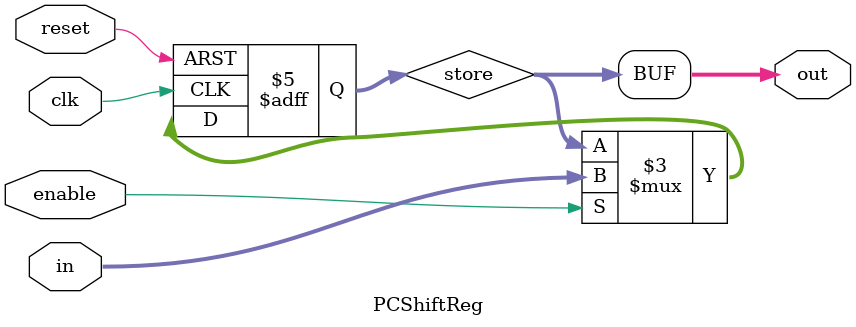
<source format=v>
`timescale 1ns / 1ps
module PCShiftReg(
    input clk,
    input reset,
    input enable,
    input [31:0]in,
    output [31:0]out
);
    reg [31:0]store;
    always @ (posedge clk or posedge reset) begin
       if(reset)
            store = 32'd0;
       else
           if(enable)
               store = in;
    end
    assign out = store;
endmodule

</source>
